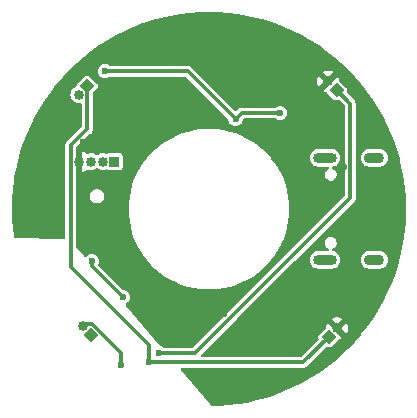
<source format=gbr>
%TF.GenerationSoftware,KiCad,Pcbnew,8.0.0*%
%TF.CreationDate,2024-05-16T17:25:02+03:00*%
%TF.ProjectId,pressure_sensor_logic,70726573-7375-4726-955f-73656e736f72,rev?*%
%TF.SameCoordinates,Original*%
%TF.FileFunction,Copper,L2,Bot*%
%TF.FilePolarity,Positive*%
%FSLAX46Y46*%
G04 Gerber Fmt 4.6, Leading zero omitted, Abs format (unit mm)*
G04 Created by KiCad (PCBNEW 8.0.0) date 2024-05-16 17:25:02*
%MOMM*%
%LPD*%
G01*
G04 APERTURE LIST*
G04 Aperture macros list*
%AMHorizOval*
0 Thick line with rounded ends*
0 $1 width*
0 $2 $3 position (X,Y) of the first rounded end (center of the circle)*
0 $4 $5 position (X,Y) of the second rounded end (center of the circle)*
0 Add line between two ends*
20,1,$1,$2,$3,$4,$5,0*
0 Add two circle primitives to create the rounded ends*
1,1,$1,$2,$3*
1,1,$1,$4,$5*%
%AMRotRect*
0 Rectangle, with rotation*
0 The origin of the aperture is its center*
0 $1 length*
0 $2 width*
0 $3 Rotation angle, in degrees counterclockwise*
0 Add horizontal line*
21,1,$1,$2,0,0,$3*%
G04 Aperture macros list end*
%TA.AperFunction,ComponentPad*%
%ADD10RotRect,0.850000X0.850000X225.000000*%
%TD*%
%TA.AperFunction,ComponentPad*%
%ADD11HorizOval,0.850000X0.000000X0.000000X0.000000X0.000000X0*%
%TD*%
%TA.AperFunction,ComponentPad*%
%ADD12R,0.850000X0.850000*%
%TD*%
%TA.AperFunction,ComponentPad*%
%ADD13O,0.850000X0.850000*%
%TD*%
%TA.AperFunction,ComponentPad*%
%ADD14RotRect,0.850000X0.850000X315.000000*%
%TD*%
%TA.AperFunction,ComponentPad*%
%ADD15HorizOval,0.850000X0.000000X0.000000X0.000000X0.000000X0*%
%TD*%
%TA.AperFunction,ComponentPad*%
%ADD16RotRect,0.850000X0.850000X135.000000*%
%TD*%
%TA.AperFunction,ComponentPad*%
%ADD17HorizOval,0.850000X0.000000X0.000000X0.000000X0.000000X0*%
%TD*%
%TA.AperFunction,ComponentPad*%
%ADD18O,2.000000X0.900000*%
%TD*%
%TA.AperFunction,ComponentPad*%
%ADD19O,1.700000X0.900000*%
%TD*%
%TA.AperFunction,ViaPad*%
%ADD20C,0.600000*%
%TD*%
%TA.AperFunction,Conductor*%
%ADD21C,0.300000*%
%TD*%
G04 APERTURE END LIST*
D10*
%TO.P,J2,1,Pin_1*%
%TO.N,+3.3V*%
X159825000Y-90725000D03*
D11*
%TO.P,J2,2,Pin_2*%
%TO.N,/A+*%
X159117893Y-90017893D03*
%TD*%
D10*
%TO.P,J4,1,Pin_1*%
%TO.N,/A+*%
X180600000Y-70000000D03*
D11*
%TO.P,J4,2,Pin_2*%
%TO.N,GND*%
X179892893Y-69292893D03*
%TD*%
D12*
%TO.P,J3,1,Pin_1*%
%TO.N,+3.3V*%
X161800001Y-76075000D03*
D13*
%TO.P,J3,2,Pin_2*%
%TO.N,/SWCLK*%
X160800001Y-76075000D03*
%TO.P,J3,3,Pin_3*%
%TO.N,/SWDIO*%
X159800001Y-76075000D03*
%TO.P,J3,4,Pin_4*%
%TO.N,GND*%
X158800001Y-76075000D03*
%TD*%
D14*
%TO.P,J6,1,Pin_1*%
%TO.N,/A-*%
X159503554Y-69696445D03*
D15*
%TO.P,J6,2,Pin_2*%
%TO.N,+3.3V*%
X158796447Y-70403552D03*
%TD*%
D16*
%TO.P,J5,1,Pin_1*%
%TO.N,/A-*%
X179942893Y-90907107D03*
D17*
%TO.P,J5,2,Pin_2*%
%TO.N,GND*%
X180650000Y-90200000D03*
%TD*%
D18*
%TO.P,J11,S1,SHIELD*%
%TO.N,unconnected-(J11-SHIELD-PadS1)_2*%
X179630001Y-84400000D03*
%TO.P,J11,S2,SHIELD*%
%TO.N,unconnected-(J11-SHIELD-PadS1)_0*%
X179630002Y-75749999D03*
D19*
%TO.P,J11,S3,SHIELD*%
%TO.N,unconnected-(J11-SHIELD-PadS1)*%
X183800001Y-84400000D03*
%TO.P,J11,S4,SHIELD*%
%TO.N,unconnected-(J11-SHIELD-PadS1)_1*%
X183800001Y-75750000D03*
%TD*%
D20*
%TO.N,GND*%
X176600000Y-86000000D03*
X177375000Y-72975000D03*
X159175000Y-74450000D03*
X181200000Y-76575000D03*
X164775000Y-89850000D03*
X171050000Y-89000000D03*
X160150000Y-82625000D03*
X166425000Y-70325000D03*
X176500000Y-91275000D03*
X168275000Y-91575000D03*
X177275000Y-90775000D03*
%TO.N,+3.3V*%
X172050000Y-72475000D03*
X162500000Y-87575000D03*
X175825000Y-71950000D03*
X161000000Y-68425000D03*
X159875000Y-84525000D03*
%TO.N,/A-*%
X164725000Y-93075000D03*
%TO.N,/A+*%
X165600000Y-92300000D03*
X162375000Y-93275000D03*
%TD*%
D21*
%TO.N,+3.3V*%
X159875000Y-84525000D02*
X159825000Y-84575000D01*
X172575000Y-71950000D02*
X172050000Y-72475000D01*
X159875000Y-84950000D02*
X159875000Y-84525000D01*
X162500000Y-87575000D02*
X159875000Y-84950000D01*
X161000000Y-68425000D02*
X168000000Y-68425000D01*
X168000000Y-68425000D02*
X172050000Y-72475000D01*
X175825000Y-71950000D02*
X172575000Y-71950000D01*
%TO.N,/A-*%
X158098001Y-74710997D02*
X159465370Y-73343628D01*
X159503554Y-73343628D02*
X159503554Y-69696445D01*
X158098001Y-84998001D02*
X158098001Y-74710997D01*
X164725000Y-93075000D02*
X177775000Y-93075000D01*
X159465370Y-73343628D02*
X159503554Y-73343628D01*
X164725000Y-93075000D02*
X164725000Y-91625000D01*
X177775000Y-93075000D02*
X179942893Y-90907107D01*
X164725000Y-91625000D02*
X158098001Y-84998001D01*
%TO.N,/A+*%
X162375000Y-92282222D02*
X159939737Y-89846959D01*
X165600000Y-92300000D02*
X168552818Y-92300000D01*
X162375000Y-93275000D02*
X162375000Y-92282222D01*
X159288827Y-89846959D02*
X159117893Y-90017893D01*
X159939737Y-89846959D02*
X159288827Y-89846959D01*
X181777000Y-71177000D02*
X180600000Y-70000000D01*
X168602818Y-92300000D02*
X181777000Y-79125818D01*
X181777000Y-79125818D02*
X181777000Y-71177000D01*
%TD*%
%TA.AperFunction,Conductor*%
%TO.N,GND*%
G36*
X170616389Y-63420540D02*
G01*
X170622429Y-63420838D01*
X171433834Y-63480691D01*
X171439842Y-63481283D01*
X172247320Y-63580876D01*
X172253310Y-63581764D01*
X173054929Y-63720858D01*
X173060844Y-63722034D01*
X173854709Y-63900303D01*
X173860555Y-63901767D01*
X174644675Y-64118763D01*
X174650483Y-64120524D01*
X175423042Y-64375743D01*
X175428706Y-64377770D01*
X176187790Y-64670581D01*
X176193392Y-64672901D01*
X176937168Y-65002595D01*
X176942666Y-65005195D01*
X177669387Y-65370995D01*
X177674731Y-65373852D01*
X177971148Y-65541770D01*
X178382604Y-65774857D01*
X178387825Y-65777986D01*
X179075173Y-66213244D01*
X179080233Y-66216625D01*
X179745392Y-66685083D01*
X179750281Y-66688709D01*
X180391670Y-67189253D01*
X180396330Y-67193078D01*
X181012401Y-67724505D01*
X181016896Y-67728579D01*
X181133878Y-67839955D01*
X181606138Y-68289583D01*
X181610416Y-68293861D01*
X181719389Y-68408319D01*
X182171420Y-68883103D01*
X182175496Y-68887600D01*
X182706917Y-69503664D01*
X182710749Y-69508334D01*
X182901389Y-69752616D01*
X183211290Y-70149718D01*
X183214916Y-70154607D01*
X183683374Y-70819766D01*
X183686755Y-70824826D01*
X184122013Y-71512174D01*
X184125142Y-71517395D01*
X184526141Y-72225257D01*
X184529010Y-72230624D01*
X184894802Y-72957329D01*
X184897404Y-72962831D01*
X185227093Y-73706597D01*
X185229422Y-73712220D01*
X185522221Y-74471272D01*
X185524263Y-74476980D01*
X185696881Y-74999499D01*
X185779470Y-75249501D01*
X185781236Y-75255324D01*
X185949420Y-75863060D01*
X185984264Y-75988971D01*
X185998223Y-76039410D01*
X185999702Y-76045314D01*
X186177959Y-76839128D01*
X186179146Y-76845098D01*
X186318232Y-77646674D01*
X186319125Y-77652694D01*
X186418713Y-78460133D01*
X186419310Y-78466190D01*
X186449664Y-78877680D01*
X186450000Y-78886802D01*
X186450000Y-81313196D01*
X186449664Y-81322318D01*
X186419310Y-81733809D01*
X186418713Y-81739866D01*
X186319125Y-82547305D01*
X186318232Y-82553325D01*
X186179146Y-83354901D01*
X186177959Y-83360871D01*
X185999702Y-84154685D01*
X185998223Y-84160589D01*
X185781236Y-84944675D01*
X185779470Y-84950498D01*
X185524272Y-85722996D01*
X185522221Y-85728727D01*
X185229422Y-86487779D01*
X185227093Y-86493402D01*
X184897404Y-87237168D01*
X184894802Y-87242670D01*
X184529010Y-87969375D01*
X184526141Y-87974742D01*
X184125142Y-88682604D01*
X184122013Y-88687825D01*
X183686755Y-89375173D01*
X183683374Y-89380233D01*
X183214916Y-90045392D01*
X183211290Y-90050281D01*
X182710755Y-90691658D01*
X182706900Y-90696354D01*
X182663925Y-90746176D01*
X182175507Y-91312387D01*
X182171420Y-91316896D01*
X181610429Y-91906125D01*
X181606125Y-91910429D01*
X181016896Y-92471420D01*
X181012387Y-92475507D01*
X180704375Y-92741200D01*
X180499140Y-92918238D01*
X180396363Y-93006894D01*
X180391658Y-93010755D01*
X179750281Y-93511290D01*
X179745392Y-93514916D01*
X179080233Y-93983374D01*
X179075173Y-93986755D01*
X178387825Y-94422013D01*
X178382604Y-94425142D01*
X177674742Y-94826141D01*
X177669375Y-94829010D01*
X176942670Y-95194802D01*
X176937168Y-95197404D01*
X176193402Y-95527093D01*
X176187779Y-95529422D01*
X175428727Y-95822221D01*
X175423006Y-95824268D01*
X175171763Y-95907267D01*
X174650498Y-96079470D01*
X174644675Y-96081236D01*
X173860589Y-96298223D01*
X173854685Y-96299702D01*
X173060871Y-96477959D01*
X173054901Y-96479146D01*
X172253325Y-96618232D01*
X172247305Y-96619125D01*
X171439866Y-96718713D01*
X171433809Y-96719310D01*
X170622449Y-96779160D01*
X170616370Y-96779459D01*
X170077872Y-96792678D01*
X170010370Y-96774644D01*
X169980196Y-96748843D01*
X169870360Y-96619125D01*
X168352194Y-94826141D01*
X167423748Y-93729628D01*
X167395450Y-93665746D01*
X167406182Y-93596705D01*
X167452536Y-93544427D01*
X167518381Y-93525500D01*
X177834308Y-93525500D01*
X177834309Y-93525500D01*
X177924673Y-93501286D01*
X177948887Y-93494799D01*
X178051614Y-93435489D01*
X179679476Y-91807625D01*
X179740797Y-91774142D01*
X179810488Y-91779126D01*
X179811946Y-91779680D01*
X179886720Y-91808648D01*
X179886722Y-91808648D01*
X179999066Y-91808648D01*
X180103826Y-91768063D01*
X180123654Y-91752358D01*
X180726065Y-91149945D01*
X180787381Y-91116464D01*
X180787960Y-91116340D01*
X180937412Y-91084573D01*
X181105973Y-91009525D01*
X180650000Y-90553553D01*
X180508387Y-90411940D01*
X180600272Y-90450000D01*
X180699728Y-90450000D01*
X180791614Y-90411940D01*
X180861940Y-90341614D01*
X180900000Y-90249728D01*
X180900000Y-90200001D01*
X181003553Y-90200001D01*
X181456555Y-90653003D01*
X181499683Y-90578304D01*
X181499686Y-90578298D01*
X181559768Y-90393382D01*
X181559769Y-90393380D01*
X181580094Y-90200000D01*
X181559769Y-90006619D01*
X181559768Y-90006617D01*
X181499686Y-89821701D01*
X181499683Y-89821695D01*
X181456555Y-89746996D01*
X181003553Y-90199999D01*
X181003553Y-90200001D01*
X180900000Y-90200001D01*
X180900000Y-90150272D01*
X180861940Y-90058386D01*
X180791614Y-89988060D01*
X180699728Y-89950000D01*
X180600272Y-89950000D01*
X180508386Y-89988060D01*
X180438060Y-90058386D01*
X180400000Y-90150272D01*
X180400000Y-90249728D01*
X180438059Y-90341612D01*
X179843443Y-89746996D01*
X179800315Y-89821697D01*
X179740231Y-90006617D01*
X179740229Y-90006628D01*
X179735759Y-90049149D01*
X179709174Y-90113763D01*
X179700120Y-90123866D01*
X179097648Y-90726340D01*
X179081937Y-90746173D01*
X179081937Y-90746174D01*
X179041352Y-90850934D01*
X179041352Y-90963280D01*
X179059268Y-91009525D01*
X179070318Y-91038048D01*
X179076180Y-91107671D01*
X179043470Y-91169411D01*
X179042372Y-91170523D01*
X177624716Y-92588181D01*
X177563393Y-92621666D01*
X177537035Y-92624500D01*
X169214783Y-92624500D01*
X169147744Y-92604815D01*
X169101989Y-92552011D01*
X169092045Y-92482853D01*
X169121070Y-92419297D01*
X169127102Y-92412819D01*
X172149448Y-89390473D01*
X180194025Y-89390473D01*
X180650000Y-89846447D01*
X180650001Y-89846447D01*
X181105973Y-89390473D01*
X180937413Y-89315426D01*
X180747221Y-89275000D01*
X180552779Y-89275000D01*
X180362586Y-89315426D01*
X180362585Y-89315426D01*
X180194025Y-89390473D01*
X172149448Y-89390473D01*
X175485189Y-86054732D01*
X177066001Y-84473920D01*
X178329500Y-84473920D01*
X178358341Y-84618907D01*
X178358344Y-84618917D01*
X178414913Y-84755488D01*
X178414920Y-84755501D01*
X178497049Y-84878415D01*
X178497052Y-84878419D01*
X178601581Y-84982948D01*
X178601585Y-84982951D01*
X178724499Y-85065080D01*
X178724512Y-85065087D01*
X178861083Y-85121656D01*
X178861088Y-85121658D01*
X178861092Y-85121658D01*
X178861093Y-85121659D01*
X179006080Y-85150500D01*
X179006083Y-85150500D01*
X180253921Y-85150500D01*
X180387708Y-85123887D01*
X180398914Y-85121658D01*
X180535496Y-85065084D01*
X180658417Y-84982951D01*
X180762952Y-84878416D01*
X180845085Y-84755495D01*
X180901659Y-84618913D01*
X180930501Y-84473920D01*
X182649500Y-84473920D01*
X182678341Y-84618907D01*
X182678344Y-84618917D01*
X182734913Y-84755488D01*
X182734920Y-84755501D01*
X182817049Y-84878415D01*
X182817052Y-84878419D01*
X182921581Y-84982948D01*
X182921585Y-84982951D01*
X183044499Y-85065080D01*
X183044512Y-85065087D01*
X183181083Y-85121656D01*
X183181088Y-85121658D01*
X183181092Y-85121658D01*
X183181093Y-85121659D01*
X183326080Y-85150500D01*
X183326083Y-85150500D01*
X184273921Y-85150500D01*
X184407708Y-85123887D01*
X184418914Y-85121658D01*
X184555496Y-85065084D01*
X184678417Y-84982951D01*
X184782952Y-84878416D01*
X184865085Y-84755495D01*
X184921659Y-84618913D01*
X184950501Y-84473918D01*
X184950501Y-84326082D01*
X184950501Y-84326079D01*
X184921660Y-84181092D01*
X184921659Y-84181091D01*
X184921659Y-84181087D01*
X184921169Y-84179903D01*
X184865088Y-84044511D01*
X184865081Y-84044498D01*
X184782952Y-83921584D01*
X184782949Y-83921580D01*
X184678420Y-83817051D01*
X184678416Y-83817048D01*
X184555502Y-83734919D01*
X184555489Y-83734912D01*
X184418918Y-83678343D01*
X184418908Y-83678340D01*
X184273921Y-83649500D01*
X184273919Y-83649500D01*
X183326083Y-83649500D01*
X183326081Y-83649500D01*
X183181093Y-83678340D01*
X183181083Y-83678343D01*
X183044512Y-83734912D01*
X183044499Y-83734919D01*
X182921585Y-83817048D01*
X182921581Y-83817051D01*
X182817052Y-83921580D01*
X182817049Y-83921584D01*
X182734920Y-84044498D01*
X182734913Y-84044511D01*
X182678344Y-84181082D01*
X182678341Y-84181092D01*
X182649501Y-84326079D01*
X182649501Y-84326082D01*
X182649501Y-84473918D01*
X182649501Y-84473920D01*
X182649500Y-84473920D01*
X180930501Y-84473920D01*
X180930501Y-84473918D01*
X180930501Y-84326082D01*
X180930501Y-84326079D01*
X180901660Y-84181092D01*
X180901659Y-84181091D01*
X180901659Y-84181087D01*
X180901169Y-84179903D01*
X180845088Y-84044511D01*
X180845081Y-84044498D01*
X180762952Y-83921584D01*
X180762949Y-83921580D01*
X180658420Y-83817051D01*
X180658416Y-83817048D01*
X180535502Y-83734919D01*
X180535489Y-83734912D01*
X180398918Y-83678343D01*
X180398909Y-83678340D01*
X180339144Y-83666452D01*
X180277234Y-83634066D01*
X180242660Y-83573350D01*
X180246401Y-83503581D01*
X180287268Y-83446909D01*
X180306355Y-83435815D01*
X180306148Y-83435456D01*
X180313187Y-83431392D01*
X180427315Y-83365500D01*
X180520501Y-83272314D01*
X180586393Y-83158186D01*
X180620501Y-83030892D01*
X180620501Y-82899108D01*
X180586393Y-82771814D01*
X180520501Y-82657686D01*
X180427315Y-82564500D01*
X180327714Y-82506995D01*
X180313188Y-82498608D01*
X180249540Y-82481554D01*
X180185893Y-82464500D01*
X180054109Y-82464500D01*
X179926813Y-82498608D01*
X179812687Y-82564500D01*
X179812684Y-82564502D01*
X179719503Y-82657683D01*
X179719501Y-82657686D01*
X179653609Y-82771812D01*
X179619501Y-82899108D01*
X179619501Y-83030891D01*
X179653609Y-83158187D01*
X179679104Y-83202344D01*
X179719501Y-83272314D01*
X179812687Y-83365500D01*
X179895688Y-83413421D01*
X179903815Y-83418113D01*
X179952030Y-83468681D01*
X179965252Y-83537288D01*
X179939284Y-83602152D01*
X179882370Y-83642680D01*
X179841814Y-83649500D01*
X179006081Y-83649500D01*
X178861093Y-83678340D01*
X178861083Y-83678343D01*
X178724512Y-83734912D01*
X178724499Y-83734919D01*
X178601585Y-83817048D01*
X178601581Y-83817051D01*
X178497052Y-83921580D01*
X178497049Y-83921584D01*
X178414920Y-84044498D01*
X178414913Y-84044511D01*
X178358344Y-84181082D01*
X178358341Y-84181092D01*
X178329501Y-84326079D01*
X178329501Y-84326082D01*
X178329501Y-84473918D01*
X178329501Y-84473920D01*
X178329500Y-84473920D01*
X177066001Y-84473920D01*
X182137490Y-79402432D01*
X182196799Y-79299705D01*
X182214998Y-79231784D01*
X182227500Y-79185127D01*
X182227500Y-75823920D01*
X182649500Y-75823920D01*
X182678341Y-75968907D01*
X182678344Y-75968917D01*
X182734913Y-76105488D01*
X182734920Y-76105501D01*
X182817049Y-76228415D01*
X182817052Y-76228419D01*
X182921581Y-76332948D01*
X182921585Y-76332951D01*
X183044499Y-76415080D01*
X183044512Y-76415087D01*
X183181081Y-76471655D01*
X183181088Y-76471658D01*
X183181092Y-76471658D01*
X183181093Y-76471659D01*
X183326080Y-76500500D01*
X183326083Y-76500500D01*
X184273921Y-76500500D01*
X184371463Y-76481096D01*
X184418914Y-76471658D01*
X184555496Y-76415084D01*
X184678417Y-76332951D01*
X184782952Y-76228416D01*
X184865085Y-76105495D01*
X184921659Y-75968913D01*
X184950501Y-75823918D01*
X184950501Y-75676082D01*
X184950501Y-75676081D01*
X184950501Y-75676079D01*
X184921660Y-75531092D01*
X184921659Y-75531091D01*
X184921659Y-75531087D01*
X184885046Y-75442695D01*
X184865088Y-75394511D01*
X184865081Y-75394498D01*
X184782952Y-75271584D01*
X184782949Y-75271580D01*
X184678420Y-75167051D01*
X184678416Y-75167048D01*
X184555502Y-75084919D01*
X184555489Y-75084912D01*
X184418918Y-75028343D01*
X184418908Y-75028340D01*
X184273921Y-74999500D01*
X184273919Y-74999500D01*
X183326083Y-74999500D01*
X183326081Y-74999500D01*
X183181093Y-75028340D01*
X183181083Y-75028343D01*
X183044512Y-75084912D01*
X183044499Y-75084919D01*
X182921585Y-75167048D01*
X182921581Y-75167051D01*
X182817052Y-75271580D01*
X182817049Y-75271584D01*
X182734920Y-75394498D01*
X182734913Y-75394511D01*
X182678344Y-75531082D01*
X182678341Y-75531092D01*
X182649501Y-75676079D01*
X182649501Y-75676081D01*
X182649501Y-75676082D01*
X182649501Y-75823918D01*
X182649501Y-75823920D01*
X182649500Y-75823920D01*
X182227500Y-75823920D01*
X182227500Y-71117691D01*
X182196799Y-71003114D01*
X182146813Y-70916536D01*
X182138156Y-70901541D01*
X182137491Y-70900389D01*
X182137487Y-70900384D01*
X181500520Y-70263417D01*
X181467035Y-70202094D01*
X181472019Y-70132402D01*
X181472575Y-70130941D01*
X181483625Y-70102418D01*
X181501541Y-70056173D01*
X181501541Y-69943827D01*
X181460956Y-69839067D01*
X181445251Y-69819239D01*
X180842771Y-69216761D01*
X180809287Y-69155439D01*
X180807132Y-69142040D01*
X180802663Y-69099519D01*
X180802663Y-69099516D01*
X180742579Y-68914594D01*
X180742576Y-68914588D01*
X180699448Y-68839889D01*
X180104834Y-69434504D01*
X180142893Y-69342621D01*
X180142893Y-69243165D01*
X180104833Y-69151279D01*
X180034507Y-69080953D01*
X179942621Y-69042893D01*
X179843165Y-69042893D01*
X179751279Y-69080953D01*
X179680953Y-69151279D01*
X179642893Y-69243165D01*
X179642893Y-69342621D01*
X179680953Y-69434507D01*
X179751279Y-69504833D01*
X179843165Y-69542893D01*
X179942621Y-69542893D01*
X180034504Y-69504833D01*
X179892893Y-69646446D01*
X179436918Y-70102418D01*
X179605480Y-70177466D01*
X179754928Y-70209232D01*
X179816410Y-70242424D01*
X179816829Y-70242841D01*
X180419233Y-70845244D01*
X180419237Y-70845247D01*
X180419239Y-70845249D01*
X180439067Y-70860956D01*
X180543827Y-70901541D01*
X180543829Y-70901541D01*
X180656173Y-70901541D01*
X180730941Y-70872574D01*
X180800564Y-70866712D01*
X180862305Y-70899421D01*
X180863417Y-70900520D01*
X181290181Y-71327284D01*
X181323666Y-71388607D01*
X181326500Y-71414965D01*
X181326500Y-78887852D01*
X181306815Y-78954891D01*
X181290181Y-78975533D01*
X168452534Y-91813181D01*
X168391211Y-91846666D01*
X168364853Y-91849500D01*
X166041419Y-91849500D01*
X165974380Y-91829815D01*
X165965933Y-91823876D01*
X165902841Y-91775464D01*
X165756759Y-91714954D01*
X165748912Y-91712852D01*
X165749516Y-91710595D01*
X165696586Y-91687177D01*
X165682038Y-91672635D01*
X162798273Y-88266853D01*
X162769975Y-88202971D01*
X162780707Y-88133930D01*
X162817420Y-88088349D01*
X162928282Y-88003282D01*
X163024536Y-87877841D01*
X163085044Y-87731762D01*
X163105682Y-87575000D01*
X163085044Y-87418238D01*
X163024536Y-87272159D01*
X162928282Y-87146718D01*
X162802841Y-87050464D01*
X162802839Y-87050463D01*
X162656761Y-86989955D01*
X162577916Y-86979575D01*
X162514019Y-86951308D01*
X162506421Y-86944317D01*
X160455313Y-84893210D01*
X160421828Y-84831887D01*
X160426812Y-84762195D01*
X160428420Y-84758107D01*
X160460044Y-84681762D01*
X160480682Y-84525000D01*
X160460044Y-84368238D01*
X160399536Y-84222159D01*
X160303282Y-84096718D01*
X160177841Y-84000464D01*
X160031762Y-83939956D01*
X160031760Y-83939955D01*
X159875001Y-83919318D01*
X159874999Y-83919318D01*
X159718239Y-83939955D01*
X159718237Y-83939956D01*
X159572160Y-84000463D01*
X159446710Y-84096724D01*
X159444822Y-84098613D01*
X159442838Y-84099695D01*
X159440271Y-84101666D01*
X159439963Y-84101265D01*
X159383497Y-84132094D01*
X159313806Y-84127105D01*
X159262515Y-84091054D01*
X158942068Y-83712600D01*
X158577868Y-83282472D01*
X158549570Y-83218590D01*
X158548501Y-83202344D01*
X158548501Y-80100000D01*
X162994506Y-80100000D01*
X163014474Y-80620940D01*
X163014475Y-80620958D01*
X163074263Y-81138847D01*
X163074266Y-81138867D01*
X163173521Y-81650655D01*
X163311663Y-82153346D01*
X163311667Y-82153360D01*
X163487885Y-82644004D01*
X163487894Y-82644026D01*
X163701137Y-83119704D01*
X163701146Y-83119723D01*
X163701148Y-83119728D01*
X163701151Y-83119733D01*
X163950204Y-83577735D01*
X164015357Y-83678342D01*
X164233583Y-84015322D01*
X164233596Y-84015340D01*
X164549631Y-84429939D01*
X164549638Y-84429948D01*
X164896486Y-84819141D01*
X164896495Y-84819151D01*
X165272130Y-85180663D01*
X165674337Y-85512361D01*
X166100754Y-85812296D01*
X166548881Y-86078710D01*
X166548884Y-86078711D01*
X166548890Y-86078715D01*
X167016064Y-86310028D01*
X167016095Y-86310042D01*
X167273583Y-86413818D01*
X167499628Y-86504923D01*
X167996670Y-86662221D01*
X167996686Y-86662224D01*
X167996687Y-86662225D01*
X168504280Y-86781007D01*
X168504283Y-86781007D01*
X168504294Y-86781010D01*
X169019523Y-86860592D01*
X169539331Y-86900500D01*
X169539332Y-86900500D01*
X170060668Y-86900500D01*
X170060669Y-86900500D01*
X170580477Y-86860592D01*
X171095706Y-86781010D01*
X171603330Y-86662221D01*
X172100372Y-86504923D01*
X172583914Y-86310038D01*
X172583925Y-86310032D01*
X172583935Y-86310028D01*
X173051109Y-86078715D01*
X173051109Y-86078714D01*
X173051119Y-86078710D01*
X173499246Y-85812296D01*
X173925663Y-85512361D01*
X174327870Y-85180663D01*
X174703505Y-84819151D01*
X175050365Y-84429944D01*
X175366413Y-84015328D01*
X175649796Y-83577735D01*
X175898849Y-83119733D01*
X175997754Y-82899108D01*
X176112105Y-82644026D01*
X176112114Y-82644004D01*
X176140668Y-82564502D01*
X176288333Y-82153358D01*
X176426478Y-81650656D01*
X176525736Y-81138854D01*
X176585525Y-80620955D01*
X176605494Y-80100000D01*
X176585525Y-79579045D01*
X176525736Y-79061146D01*
X176426478Y-78549344D01*
X176288333Y-78046642D01*
X176288332Y-78046639D01*
X176112114Y-77555995D01*
X176112105Y-77555973D01*
X175898862Y-77080295D01*
X175898853Y-77080276D01*
X175898849Y-77080267D01*
X175649796Y-76622265D01*
X175366413Y-76184672D01*
X175091423Y-75823919D01*
X178329501Y-75823919D01*
X178358342Y-75968906D01*
X178358345Y-75968916D01*
X178414914Y-76105487D01*
X178414921Y-76105500D01*
X178497050Y-76228414D01*
X178497053Y-76228418D01*
X178601582Y-76332947D01*
X178601586Y-76332950D01*
X178724500Y-76415079D01*
X178724513Y-76415086D01*
X178861084Y-76471655D01*
X178861089Y-76471657D01*
X178861093Y-76471657D01*
X178861094Y-76471658D01*
X179006081Y-76500499D01*
X179841816Y-76500499D01*
X179908855Y-76520184D01*
X179954610Y-76572988D01*
X179964554Y-76642146D01*
X179935529Y-76705702D01*
X179903817Y-76731885D01*
X179876660Y-76747565D01*
X179812687Y-76784500D01*
X179812684Y-76784502D01*
X179719503Y-76877683D01*
X179719501Y-76877686D01*
X179653609Y-76991812D01*
X179619501Y-77119108D01*
X179619501Y-77250891D01*
X179653609Y-77378187D01*
X179686555Y-77435250D01*
X179719501Y-77492314D01*
X179812687Y-77585500D01*
X179926815Y-77651392D01*
X180054109Y-77685500D01*
X180054111Y-77685500D01*
X180185891Y-77685500D01*
X180185893Y-77685500D01*
X180313187Y-77651392D01*
X180427315Y-77585500D01*
X180520501Y-77492314D01*
X180586393Y-77378186D01*
X180620501Y-77250892D01*
X180620501Y-77119108D01*
X180586393Y-76991814D01*
X180520501Y-76877686D01*
X180427315Y-76784500D01*
X180313187Y-76718608D01*
X180313186Y-76718607D01*
X180306148Y-76714544D01*
X180307197Y-76712726D01*
X180261475Y-76675876D01*
X180239415Y-76609580D01*
X180256699Y-76541882D01*
X180307839Y-76494275D01*
X180339138Y-76483547D01*
X180398915Y-76471657D01*
X180504549Y-76427901D01*
X180535490Y-76415086D01*
X180535490Y-76415085D01*
X180535497Y-76415083D01*
X180658418Y-76332950D01*
X180762953Y-76228415D01*
X180845086Y-76105494D01*
X180901660Y-75968912D01*
X180930287Y-75825000D01*
X180930502Y-75823919D01*
X180930502Y-75676078D01*
X180901661Y-75531091D01*
X180901660Y-75531087D01*
X180901660Y-75531086D01*
X180879354Y-75477235D01*
X180845089Y-75394510D01*
X180845082Y-75394497D01*
X180762953Y-75271583D01*
X180762950Y-75271579D01*
X180658421Y-75167050D01*
X180658417Y-75167047D01*
X180535503Y-75084918D01*
X180535490Y-75084911D01*
X180398919Y-75028342D01*
X180398909Y-75028339D01*
X180253922Y-74999499D01*
X180253920Y-74999499D01*
X179006084Y-74999499D01*
X179006082Y-74999499D01*
X178861094Y-75028339D01*
X178861084Y-75028342D01*
X178724513Y-75084911D01*
X178724500Y-75084918D01*
X178601586Y-75167047D01*
X178601582Y-75167050D01*
X178497053Y-75271579D01*
X178497050Y-75271583D01*
X178414921Y-75394497D01*
X178414914Y-75394510D01*
X178358345Y-75531081D01*
X178358342Y-75531091D01*
X178329502Y-75676078D01*
X178329502Y-75676079D01*
X178329502Y-75676081D01*
X178329502Y-75823917D01*
X178329502Y-75823919D01*
X178329501Y-75823919D01*
X175091423Y-75823919D01*
X175050365Y-75770056D01*
X175039821Y-75758225D01*
X174703513Y-75380858D01*
X174703505Y-75380849D01*
X174327870Y-75019337D01*
X173925663Y-74687639D01*
X173499246Y-74387704D01*
X173357385Y-74303367D01*
X173051126Y-74121294D01*
X173051109Y-74121284D01*
X172583935Y-73889971D01*
X172583904Y-73889957D01*
X172100395Y-73695086D01*
X172100385Y-73695082D01*
X172100372Y-73695077D01*
X172100365Y-73695074D01*
X172100355Y-73695071D01*
X171603345Y-73537783D01*
X171603312Y-73537774D01*
X171095719Y-73418992D01*
X170991756Y-73402934D01*
X170580477Y-73339408D01*
X170580472Y-73339407D01*
X170580461Y-73339406D01*
X170060673Y-73299500D01*
X170060669Y-73299500D01*
X169539331Y-73299500D01*
X169539326Y-73299500D01*
X169019538Y-73339406D01*
X169019525Y-73339407D01*
X169019523Y-73339408D01*
X169019517Y-73339409D01*
X168504280Y-73418992D01*
X167996687Y-73537774D01*
X167996654Y-73537783D01*
X167499644Y-73695071D01*
X167499604Y-73695086D01*
X167016095Y-73889957D01*
X167016064Y-73889971D01*
X166548890Y-74121284D01*
X166548873Y-74121294D01*
X166100766Y-74387696D01*
X166100748Y-74387708D01*
X165674339Y-74687637D01*
X165296184Y-74999500D01*
X165272130Y-75019337D01*
X165012178Y-75269516D01*
X164896486Y-75380858D01*
X164549638Y-75770051D01*
X164549631Y-75770060D01*
X164233596Y-76184659D01*
X164233583Y-76184677D01*
X163950205Y-76622263D01*
X163701146Y-77080276D01*
X163701137Y-77080295D01*
X163487894Y-77555973D01*
X163487885Y-77555995D01*
X163311667Y-78046639D01*
X163311663Y-78046653D01*
X163173521Y-78549344D01*
X163074266Y-79061132D01*
X163074263Y-79061152D01*
X163014475Y-79579041D01*
X163014474Y-79579059D01*
X162994506Y-80099999D01*
X162994506Y-80100000D01*
X158548501Y-80100000D01*
X158548501Y-79079057D01*
X159724500Y-79079057D01*
X159752922Y-79185127D01*
X159765423Y-79231783D01*
X159765426Y-79231790D01*
X159844475Y-79368709D01*
X159844479Y-79368714D01*
X159844480Y-79368716D01*
X159956284Y-79480520D01*
X159956286Y-79480521D01*
X159956290Y-79480524D01*
X160093209Y-79559573D01*
X160093216Y-79559577D01*
X160245943Y-79600500D01*
X160245945Y-79600500D01*
X160404055Y-79600500D01*
X160404057Y-79600500D01*
X160556784Y-79559577D01*
X160693716Y-79480520D01*
X160805520Y-79368716D01*
X160884577Y-79231784D01*
X160925500Y-79079057D01*
X160925500Y-78920943D01*
X160884577Y-78768216D01*
X160884573Y-78768209D01*
X160805524Y-78631290D01*
X160805518Y-78631282D01*
X160693717Y-78519481D01*
X160693709Y-78519475D01*
X160556790Y-78440426D01*
X160556786Y-78440424D01*
X160556784Y-78440423D01*
X160404057Y-78399500D01*
X160245943Y-78399500D01*
X160093216Y-78440423D01*
X160093209Y-78440426D01*
X159956290Y-78519475D01*
X159956282Y-78519481D01*
X159844481Y-78631282D01*
X159844475Y-78631290D01*
X159765426Y-78768209D01*
X159765423Y-78768216D01*
X159724500Y-78920943D01*
X159724500Y-79079057D01*
X158548501Y-79079057D01*
X158548501Y-77027888D01*
X158550001Y-77022779D01*
X158550001Y-76124728D01*
X158588061Y-76216614D01*
X158658387Y-76286940D01*
X158750273Y-76325000D01*
X158849729Y-76325000D01*
X158941615Y-76286940D01*
X159011941Y-76216614D01*
X159050001Y-76124728D01*
X159050001Y-76967524D01*
X159087413Y-76959573D01*
X159265050Y-76880484D01*
X159420634Y-76767445D01*
X159486440Y-76743965D01*
X159534470Y-76750720D01*
X159637540Y-76786786D01*
X159637546Y-76786786D01*
X159637547Y-76786787D01*
X159799997Y-76805091D01*
X159800001Y-76805091D01*
X159800005Y-76805091D01*
X159962456Y-76786787D01*
X159962457Y-76786786D01*
X159962462Y-76786786D01*
X160116776Y-76732789D01*
X160234029Y-76659113D01*
X160301265Y-76640113D01*
X160365972Y-76659113D01*
X160387699Y-76672765D01*
X160481788Y-76731886D01*
X160483226Y-76732789D01*
X160637540Y-76786786D01*
X160637543Y-76786786D01*
X160637545Y-76786787D01*
X160799997Y-76805091D01*
X160800001Y-76805091D01*
X160800005Y-76805091D01*
X160962458Y-76786787D01*
X160962460Y-76786786D01*
X160962462Y-76786786D01*
X161095334Y-76740291D01*
X161165111Y-76736730D01*
X161191366Y-76748378D01*
X161191726Y-76747565D01*
X161202235Y-76752205D01*
X161202236Y-76752206D01*
X161305010Y-76797585D01*
X161330136Y-76800500D01*
X162269865Y-76800499D01*
X162269880Y-76800497D01*
X162269883Y-76800497D01*
X162294988Y-76797586D01*
X162294989Y-76797585D01*
X162294992Y-76797585D01*
X162397766Y-76752206D01*
X162477207Y-76672765D01*
X162522586Y-76569991D01*
X162525501Y-76544865D01*
X162525500Y-75605136D01*
X162525498Y-75605117D01*
X162522587Y-75580012D01*
X162522586Y-75580010D01*
X162522586Y-75580009D01*
X162477207Y-75477235D01*
X162397766Y-75397794D01*
X162363251Y-75382554D01*
X162294993Y-75352415D01*
X162269866Y-75349500D01*
X161330144Y-75349500D01*
X161330118Y-75349502D01*
X161305013Y-75352413D01*
X161305009Y-75352415D01*
X161191725Y-75402435D01*
X161190684Y-75400077D01*
X161139913Y-75416613D01*
X161095334Y-75409708D01*
X160962462Y-75363214D01*
X160962460Y-75363213D01*
X160962455Y-75363212D01*
X160800005Y-75344909D01*
X160799997Y-75344909D01*
X160637545Y-75363212D01*
X160483226Y-75417210D01*
X160365973Y-75490886D01*
X160298736Y-75509886D01*
X160234029Y-75490886D01*
X160116775Y-75417210D01*
X159962456Y-75363212D01*
X159800005Y-75344909D01*
X159799997Y-75344909D01*
X159637545Y-75363212D01*
X159534474Y-75399278D01*
X159464695Y-75402839D01*
X159420634Y-75382554D01*
X159265052Y-75269516D01*
X159087413Y-75190426D01*
X159050001Y-75182473D01*
X159050001Y-76025272D01*
X159011941Y-75933386D01*
X158941615Y-75863060D01*
X158849729Y-75825000D01*
X158750273Y-75825000D01*
X158658387Y-75863060D01*
X158588061Y-75933386D01*
X158550001Y-76025272D01*
X158550001Y-75131440D01*
X158548501Y-75122110D01*
X158548501Y-74948962D01*
X158568186Y-74881923D01*
X158584820Y-74861281D01*
X159058405Y-74387696D01*
X159678285Y-73767815D01*
X159703957Y-73748116D01*
X159780167Y-73704117D01*
X159864043Y-73620241D01*
X159923353Y-73517514D01*
X159954054Y-73402937D01*
X159954054Y-70323318D01*
X159973739Y-70256279D01*
X159990373Y-70235637D01*
X160348798Y-69877211D01*
X160348797Y-69877211D01*
X160348803Y-69877206D01*
X160364510Y-69857378D01*
X160405095Y-69752618D01*
X160405095Y-69640272D01*
X160364510Y-69535512D01*
X160348805Y-69515684D01*
X160235632Y-69402511D01*
X159684320Y-68851200D01*
X159664487Y-68835489D01*
X159664484Y-68835488D01*
X159559727Y-68794904D01*
X159447381Y-68794904D01*
X159342620Y-68835489D01*
X159322801Y-68851187D01*
X159322791Y-68851195D01*
X158658309Y-69515678D01*
X158642598Y-69535511D01*
X158642597Y-69535514D01*
X158631749Y-69563515D01*
X158602013Y-69640272D01*
X158602013Y-69640273D01*
X158597863Y-69650986D01*
X158595844Y-69650204D01*
X158570989Y-69699078D01*
X158521732Y-69731045D01*
X158479669Y-69745764D01*
X158341242Y-69832744D01*
X158225639Y-69948347D01*
X158138657Y-70086777D01*
X158084659Y-70241096D01*
X158066356Y-70403548D01*
X158066356Y-70403555D01*
X158084659Y-70566007D01*
X158138657Y-70720326D01*
X158138658Y-70720327D01*
X158225639Y-70858756D01*
X158341243Y-70974360D01*
X158479672Y-71061341D01*
X158633986Y-71115338D01*
X158633989Y-71115338D01*
X158633991Y-71115339D01*
X158796443Y-71133643D01*
X158796447Y-71133643D01*
X158796449Y-71133643D01*
X158878623Y-71124383D01*
X158915170Y-71120266D01*
X158983992Y-71132320D01*
X159035371Y-71179669D01*
X159053054Y-71243486D01*
X159053054Y-73067478D01*
X159033369Y-73134517D01*
X159016735Y-73155159D01*
X157737514Y-74434380D01*
X157737510Y-74434386D01*
X157678202Y-74537109D01*
X157678201Y-74537114D01*
X157647501Y-74651688D01*
X157647501Y-82466375D01*
X157627816Y-82533414D01*
X157575012Y-82579169D01*
X157521004Y-82590350D01*
X153383053Y-82506995D01*
X153316423Y-82485964D01*
X153271741Y-82432249D01*
X153262484Y-82398205D01*
X153181283Y-81739838D01*
X153180691Y-81733838D01*
X153120838Y-80922429D01*
X153120540Y-80916370D01*
X153100574Y-80103014D01*
X153100574Y-80096985D01*
X153120540Y-79283608D01*
X153120837Y-79277572D01*
X153180691Y-78466161D01*
X153181283Y-78460161D01*
X153280877Y-77652673D01*
X153281763Y-77646695D01*
X153420859Y-76845062D01*
X153422032Y-76839163D01*
X153600305Y-76045280D01*
X153601764Y-76039454D01*
X153818766Y-75255311D01*
X153820520Y-75249527D01*
X154075748Y-74476944D01*
X154077765Y-74471306D01*
X154370587Y-73712194D01*
X154372895Y-73706622D01*
X154702604Y-72962810D01*
X154705187Y-72957349D01*
X155071004Y-72230595D01*
X155073842Y-72225285D01*
X155474866Y-71517378D01*
X155477976Y-71512189D01*
X155913261Y-70824799D01*
X155916607Y-70819792D01*
X156385097Y-70154586D01*
X156388694Y-70149737D01*
X156889269Y-69508309D01*
X156893061Y-69503688D01*
X157424523Y-68887577D01*
X157428565Y-68883117D01*
X157864727Y-68425001D01*
X160394318Y-68425001D01*
X160414955Y-68581760D01*
X160414956Y-68581762D01*
X160475464Y-68727841D01*
X160571718Y-68853282D01*
X160697159Y-68949536D01*
X160843238Y-69010044D01*
X160921619Y-69020363D01*
X160999999Y-69030682D01*
X161000000Y-69030682D01*
X161000001Y-69030682D01*
X161052254Y-69023802D01*
X161156762Y-69010044D01*
X161302841Y-68949536D01*
X161365933Y-68901123D01*
X161431102Y-68875930D01*
X161441419Y-68875500D01*
X167762035Y-68875500D01*
X167829074Y-68895185D01*
X167849716Y-68911819D01*
X171419317Y-72481420D01*
X171452802Y-72542743D01*
X171454575Y-72552915D01*
X171464955Y-72631761D01*
X171525463Y-72777839D01*
X171525464Y-72777841D01*
X171621718Y-72903282D01*
X171747159Y-72999536D01*
X171893238Y-73060044D01*
X171949705Y-73067478D01*
X172049999Y-73080682D01*
X172050000Y-73080682D01*
X172050001Y-73080682D01*
X172102254Y-73073802D01*
X172206762Y-73060044D01*
X172352841Y-72999536D01*
X172478282Y-72903282D01*
X172574536Y-72777841D01*
X172635044Y-72631762D01*
X172645424Y-72552915D01*
X172673688Y-72489021D01*
X172680683Y-72481419D01*
X172725287Y-72436817D01*
X172786611Y-72403333D01*
X172812966Y-72400500D01*
X175383581Y-72400500D01*
X175450620Y-72420185D01*
X175459067Y-72426124D01*
X175522157Y-72474535D01*
X175522158Y-72474535D01*
X175522159Y-72474536D01*
X175668238Y-72535044D01*
X175726718Y-72542743D01*
X175824999Y-72555682D01*
X175825000Y-72555682D01*
X175825001Y-72555682D01*
X175877254Y-72548802D01*
X175981762Y-72535044D01*
X176127841Y-72474536D01*
X176253282Y-72378282D01*
X176349536Y-72252841D01*
X176410044Y-72106762D01*
X176430682Y-71950000D01*
X176410044Y-71793238D01*
X176349536Y-71647159D01*
X176253282Y-71521718D01*
X176127841Y-71425464D01*
X176102494Y-71414965D01*
X175981762Y-71364956D01*
X175981760Y-71364955D01*
X175825001Y-71344318D01*
X175824999Y-71344318D01*
X175668239Y-71364955D01*
X175668237Y-71364956D01*
X175522157Y-71425464D01*
X175459067Y-71473876D01*
X175393898Y-71499070D01*
X175383581Y-71499500D01*
X172515691Y-71499500D01*
X172432772Y-71521718D01*
X172432771Y-71521718D01*
X172401115Y-71530199D01*
X172298386Y-71589511D01*
X172298383Y-71589513D01*
X172137681Y-71750216D01*
X172076358Y-71783701D01*
X172006666Y-71778717D01*
X171962319Y-71750216D01*
X169504996Y-69292893D01*
X178962798Y-69292893D01*
X178983123Y-69486273D01*
X178983124Y-69486275D01*
X179043209Y-69671198D01*
X179043210Y-69671200D01*
X179086335Y-69745895D01*
X179086336Y-69745896D01*
X179539340Y-69292893D01*
X179086336Y-68839889D01*
X179043208Y-68914590D01*
X178983124Y-69099510D01*
X178983123Y-69099512D01*
X178962798Y-69292893D01*
X169504996Y-69292893D01*
X168695469Y-68483366D01*
X179436918Y-68483366D01*
X179892893Y-68939340D01*
X179892894Y-68939340D01*
X180348866Y-68483366D01*
X180180306Y-68408319D01*
X179990114Y-68367893D01*
X179795672Y-68367893D01*
X179605479Y-68408319D01*
X179605478Y-68408319D01*
X179436918Y-68483366D01*
X168695469Y-68483366D01*
X168276616Y-68064513D01*
X168276614Y-68064511D01*
X168234922Y-68040440D01*
X168173885Y-68005199D01*
X168142228Y-67996718D01*
X168100768Y-67985609D01*
X168059309Y-67974500D01*
X168059308Y-67974500D01*
X161441419Y-67974500D01*
X161374380Y-67954815D01*
X161365933Y-67948876D01*
X161302842Y-67900464D01*
X161156762Y-67839956D01*
X161156760Y-67839955D01*
X161000001Y-67819318D01*
X160999999Y-67819318D01*
X160843239Y-67839955D01*
X160843237Y-67839956D01*
X160697160Y-67900463D01*
X160571718Y-67996718D01*
X160475463Y-68122160D01*
X160414956Y-68268237D01*
X160414955Y-68268239D01*
X160394318Y-68424998D01*
X160394318Y-68425001D01*
X157864727Y-68425001D01*
X157989603Y-68293840D01*
X157993840Y-68289603D01*
X158583117Y-67728565D01*
X158587577Y-67724523D01*
X159203688Y-67193061D01*
X159208309Y-67189269D01*
X159849737Y-66688694D01*
X159854586Y-66685097D01*
X160519792Y-66216607D01*
X160524799Y-66213261D01*
X161212189Y-65777976D01*
X161217378Y-65774866D01*
X161925285Y-65373842D01*
X161930595Y-65371004D01*
X162657349Y-65005187D01*
X162662810Y-65002604D01*
X163406622Y-64672895D01*
X163412194Y-64670587D01*
X164171306Y-64377765D01*
X164176944Y-64375748D01*
X164949527Y-64120520D01*
X164955311Y-64118766D01*
X165739454Y-63901764D01*
X165745280Y-63900305D01*
X166539163Y-63722032D01*
X166545062Y-63720859D01*
X167346695Y-63581763D01*
X167352673Y-63580877D01*
X168160161Y-63481283D01*
X168166161Y-63480691D01*
X168977572Y-63420837D01*
X168983608Y-63420540D01*
X169796986Y-63400574D01*
X169803014Y-63400574D01*
X170616389Y-63420540D01*
G37*
%TD.AperFunction*%
%TD*%
M02*

</source>
